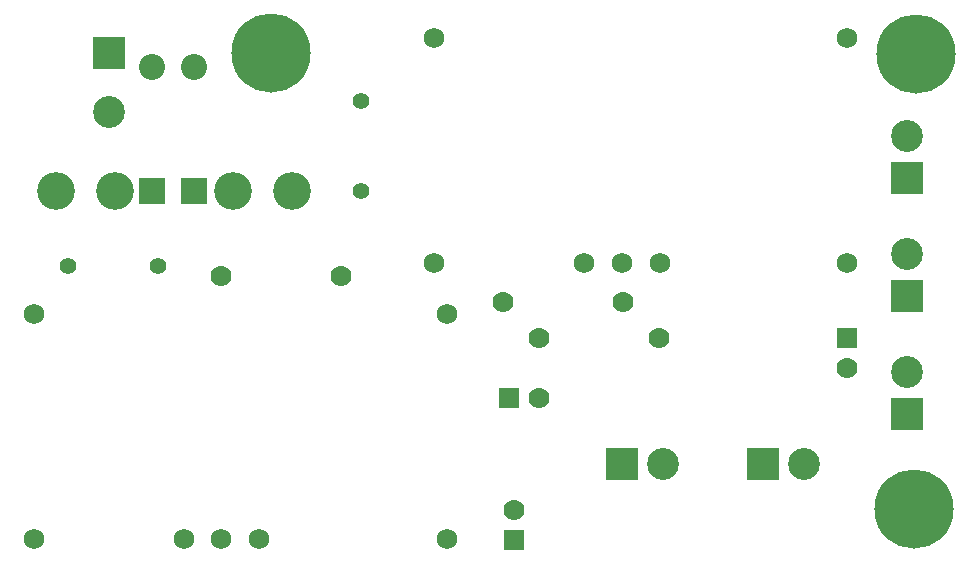
<source format=gts>
%FSLAX44Y44*%
%MOMM*%
G71*
G01*
G75*
G04 Layer_Color=8388736*
%ADD10C,3.7000*%
%ADD11C,0.3000*%
%ADD12C,1.3000*%
%ADD13C,1.0000*%
%ADD14R,2.0000X2.0000*%
%ADD15C,2.0000*%
%ADD16C,1.5748*%
%ADD17C,1.5240*%
%ADD18C,1.2000*%
%ADD19R,1.5748X1.5748*%
%ADD20R,2.5000X2.5000*%
%ADD21C,2.5000*%
%ADD22R,1.5748X1.5748*%
%ADD23R,2.5000X2.5000*%
%ADD24C,6.5000*%
%ADD25C,3.0000*%
%ADD26C,0.1500*%
%ADD27C,0.2540*%
%ADD28C,0.2000*%
%ADD29C,0.3048*%
%ADD30R,2.8000X0.8000*%
%ADD31R,2.2032X2.2032*%
%ADD32C,2.2032*%
%ADD33C,1.7780*%
%ADD34C,1.7272*%
%ADD35C,1.4032*%
%ADD36R,1.7780X1.7780*%
%ADD37R,2.7032X2.7032*%
%ADD38C,2.7032*%
%ADD39R,1.7780X1.7780*%
%ADD40R,2.7032X2.7032*%
%ADD41C,6.7032*%
%ADD42C,3.2032*%
D31*
X671830Y1592350D02*
D03*
X636270D02*
D03*
D32*
X671830Y1696950D02*
D03*
X636270D02*
D03*
D33*
X796290Y1520190D02*
D03*
X694690D02*
D03*
X933450Y1498600D02*
D03*
X1035050D02*
D03*
X1224280Y1442720D02*
D03*
X1065530Y1468120D02*
D03*
X963930D02*
D03*
X964170Y1417090D02*
D03*
X942340Y1322070D02*
D03*
D34*
X885940Y1488440D02*
D03*
Y1297440D02*
D03*
X726940D02*
D03*
X694940D02*
D03*
X535940D02*
D03*
X662940D02*
D03*
X535940Y1488440D02*
D03*
X1225030Y1722120D02*
D03*
Y1531120D02*
D03*
X1066030D02*
D03*
X1034030D02*
D03*
X875030D02*
D03*
X1002030D02*
D03*
X875030Y1722120D02*
D03*
D35*
X812800Y1668780D02*
D03*
Y1592580D02*
D03*
X565150Y1529080D02*
D03*
X641350D02*
D03*
D36*
X1224280Y1468120D02*
D03*
X942340Y1296670D02*
D03*
D37*
X1275080Y1603602D02*
D03*
Y1403577D02*
D03*
Y1503589D02*
D03*
X599440Y1709020D02*
D03*
D38*
X1275080Y1638602D02*
D03*
X1188440Y1361440D02*
D03*
X1069060D02*
D03*
X1275080Y1438577D02*
D03*
Y1538589D02*
D03*
X599440Y1659020D02*
D03*
D39*
X938770Y1417090D02*
D03*
D40*
X1153440Y1361440D02*
D03*
X1034060D02*
D03*
D41*
X1282700Y1708150D02*
D03*
X736600Y1709420D02*
D03*
X1281430Y1323340D02*
D03*
D42*
X604990Y1592580D02*
D03*
X554990D02*
D03*
X754990D02*
D03*
X704990D02*
D03*
M02*

</source>
